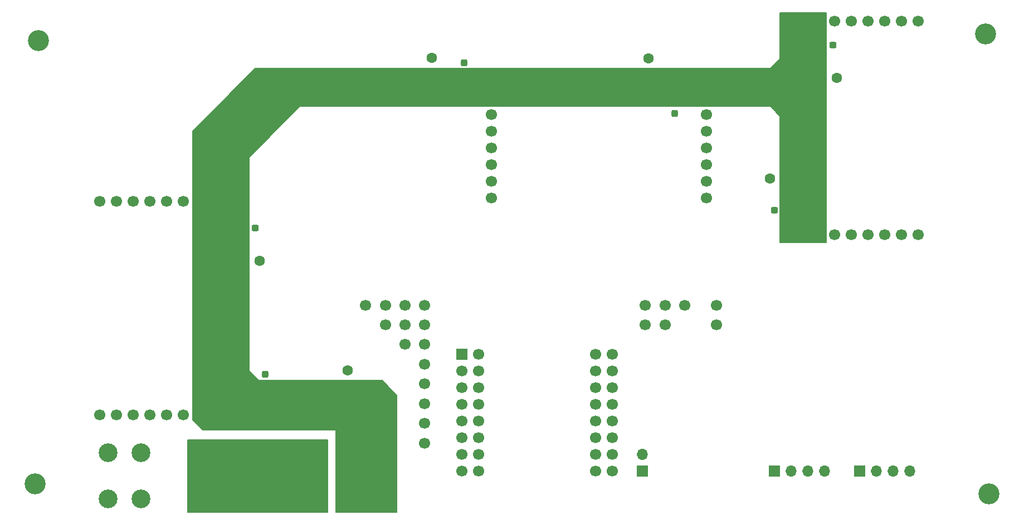
<source format=gbr>
%TF.GenerationSoftware,KiCad,Pcbnew,7.0.5*%
%TF.CreationDate,2023-07-18T15:35:35-04:00*%
%TF.ProjectId,PCBPT_Main_control_V1,50434250-545f-44d6-9169-6e5f636f6e74,rev?*%
%TF.SameCoordinates,Original*%
%TF.FileFunction,Soldermask,Bot*%
%TF.FilePolarity,Negative*%
%FSLAX46Y46*%
G04 Gerber Fmt 4.6, Leading zero omitted, Abs format (unit mm)*
G04 Created by KiCad (PCBNEW 7.0.5) date 2023-07-18 15:35:35*
%MOMM*%
%LPD*%
G01*
G04 APERTURE LIST*
G04 Aperture macros list*
%AMRoundRect*
0 Rectangle with rounded corners*
0 $1 Rounding radius*
0 $2 $3 $4 $5 $6 $7 $8 $9 X,Y pos of 4 corners*
0 Add a 4 corners polygon primitive as box body*
4,1,4,$2,$3,$4,$5,$6,$7,$8,$9,$2,$3,0*
0 Add four circle primitives for the rounded corners*
1,1,$1+$1,$2,$3*
1,1,$1+$1,$4,$5*
1,1,$1+$1,$6,$7*
1,1,$1+$1,$8,$9*
0 Add four rect primitives between the rounded corners*
20,1,$1+$1,$2,$3,$4,$5,0*
20,1,$1+$1,$4,$5,$6,$7,0*
20,1,$1+$1,$6,$7,$8,$9,0*
20,1,$1+$1,$8,$9,$2,$3,0*%
G04 Aperture macros list end*
%ADD10C,0.150000*%
%ADD11R,1.700000X1.700000*%
%ADD12O,1.700000X1.700000*%
%ADD13C,1.700000*%
%ADD14R,1.600000X1.600000*%
%ADD15C,1.600000*%
%ADD16C,2.850000*%
%ADD17C,3.200000*%
%ADD18C,2.500000*%
%ADD19RoundRect,0.237500X0.237500X-0.300000X0.237500X0.300000X-0.237500X0.300000X-0.237500X-0.300000X0*%
%ADD20RoundRect,0.237500X-0.300000X-0.237500X0.300000X-0.237500X0.300000X0.237500X-0.300000X0.237500X0*%
%ADD21RoundRect,0.237500X0.300000X0.237500X-0.300000X0.237500X-0.300000X-0.237500X0.300000X-0.237500X0*%
%ADD22RoundRect,0.237500X-0.237500X0.300000X-0.237500X-0.300000X0.237500X-0.300000X0.237500X0.300000X0*%
G04 APERTURE END LIST*
D10*
X98500000Y-105500000D02*
X119750000Y-105500000D01*
X119750000Y-116500000D01*
X98500000Y-116500000D01*
X98500000Y-105500000D01*
G36*
X98500000Y-105500000D02*
G01*
X119750000Y-105500000D01*
X119750000Y-116500000D01*
X98500000Y-116500000D01*
X98500000Y-105500000D01*
G37*
X195500000Y-75500000D02*
X188500000Y-75500000D01*
X188500000Y-56250000D01*
X187000000Y-54750000D01*
X115500000Y-54750000D01*
X107750000Y-62500000D01*
X107750000Y-95000000D01*
X109250000Y-96500000D01*
X128000000Y-96500000D01*
X130250000Y-98750000D01*
X130250000Y-116500000D01*
X121000000Y-116500000D01*
X121000000Y-104000000D01*
X100750000Y-104000000D01*
X99250000Y-102500000D01*
X99250000Y-58500000D01*
X108750000Y-49000000D01*
X187000000Y-49000000D01*
X188500000Y-47500000D01*
X188500000Y-40500000D01*
X195500000Y-40500000D01*
X195500000Y-75500000D01*
G36*
X195500000Y-75500000D02*
G01*
X188500000Y-75500000D01*
X188500000Y-56250000D01*
X187000000Y-54750000D01*
X115500000Y-54750000D01*
X107750000Y-62500000D01*
X107750000Y-95000000D01*
X109250000Y-96500000D01*
X128000000Y-96500000D01*
X130250000Y-98750000D01*
X130250000Y-116500000D01*
X121000000Y-116500000D01*
X121000000Y-104000000D01*
X100750000Y-104000000D01*
X99250000Y-102500000D01*
X99250000Y-58500000D01*
X108750000Y-49000000D01*
X187000000Y-49000000D01*
X188500000Y-47500000D01*
X188500000Y-40500000D01*
X195500000Y-40500000D01*
X195500000Y-75500000D01*
G37*
D11*
%TO.C,J8*%
X200550000Y-110250000D03*
D12*
X203090000Y-110250000D03*
X205630000Y-110250000D03*
X208170000Y-110250000D03*
%TD*%
D11*
%TO.C,J4*%
X187670000Y-110250000D03*
D12*
X190210000Y-110250000D03*
X192750000Y-110250000D03*
X195290000Y-110250000D03*
%TD*%
D13*
%TO.C,TP8*%
X178800000Y-85000000D03*
%TD*%
%TO.C,TP7*%
X178800000Y-88000000D03*
%TD*%
D11*
%TO.C,J1*%
X167550000Y-110225000D03*
D12*
X167550000Y-107685000D03*
%TD*%
D14*
%TO.C,C8*%
X122810000Y-97412380D03*
D15*
X122810000Y-94912380D03*
%TD*%
D13*
%TO.C,TP15*%
X134500000Y-94000000D03*
%TD*%
%TO.C,TP6*%
X131500000Y-85000000D03*
%TD*%
D16*
%TO.C,J2*%
X105800000Y-107500000D03*
X105800000Y-114510000D03*
X100800000Y-107500000D03*
X100800000Y-114510000D03*
%TD*%
D13*
%TO.C,TP23*%
X171000000Y-85000000D03*
%TD*%
D17*
%TO.C,H1*%
X75250000Y-112250000D03*
%TD*%
D13*
%TO.C,TP20*%
X171000000Y-88000000D03*
%TD*%
D11*
%TO.C,U2*%
X102840000Y-101715000D03*
D13*
X100300000Y-101715000D03*
X97760000Y-101715000D03*
X95220000Y-101715000D03*
X92680000Y-101715000D03*
X90140000Y-101715000D03*
X87600000Y-101715000D03*
X85060000Y-101715000D03*
%TD*%
%TO.C,TP2*%
X134500000Y-100000000D03*
%TD*%
%TO.C,TP14*%
X134500000Y-106000000D03*
%TD*%
D14*
%TO.C,C11*%
X168460000Y-49922380D03*
D15*
X168460000Y-47422380D03*
%TD*%
D13*
%TO.C,TP16*%
X125500000Y-85000000D03*
%TD*%
D17*
%TO.C,H4*%
X220250000Y-113750000D03*
%TD*%
D14*
%TO.C,C12*%
X194577621Y-50400000D03*
D15*
X197077621Y-50400000D03*
%TD*%
D11*
%TO.C,U3*%
X144640000Y-50935000D03*
D13*
X144640000Y-53475000D03*
X144640000Y-56015000D03*
X144640000Y-58555000D03*
X144640000Y-61095000D03*
X144640000Y-63635000D03*
X144640000Y-66175000D03*
X144640000Y-68715000D03*
%TD*%
D17*
%TO.C,H3*%
X219750000Y-43750000D03*
%TD*%
D13*
%TO.C,TP4*%
X134500000Y-103000000D03*
%TD*%
%TO.C,TP12*%
X134500000Y-88000000D03*
%TD*%
D11*
%TO.C,U6*%
X191720000Y-74285000D03*
D13*
X194260000Y-74285000D03*
X196800000Y-74285000D03*
X199340000Y-74285000D03*
X201880000Y-74285000D03*
X204420000Y-74285000D03*
X206960000Y-74285000D03*
X209500000Y-74285000D03*
%TD*%
%TO.C,TP11*%
X128500000Y-85000000D03*
%TD*%
%TO.C,TP18*%
X128500000Y-88000000D03*
%TD*%
D14*
%TO.C,C13*%
X189452380Y-65710000D03*
D15*
X186952380Y-65710000D03*
%TD*%
D11*
%TO.C,U5*%
X191660000Y-41785000D03*
D13*
X194200000Y-41785000D03*
X196740000Y-41785000D03*
X199280000Y-41785000D03*
X201820000Y-41785000D03*
X204360000Y-41785000D03*
X206900000Y-41785000D03*
X209440000Y-41785000D03*
%TD*%
D16*
%TO.C,J3*%
X91330000Y-107500000D03*
X91330000Y-114510000D03*
X86330000Y-107500000D03*
X86330000Y-114510000D03*
%TD*%
D14*
%TO.C,C10*%
X135520000Y-49842380D03*
D15*
X135520000Y-47342380D03*
%TD*%
D13*
%TO.C,TP17*%
X131500000Y-91000000D03*
%TD*%
D14*
%TO.C,C9*%
X106857621Y-78290000D03*
D15*
X109357621Y-78290000D03*
%TD*%
D13*
%TO.C,TP1*%
X134500000Y-85000000D03*
%TD*%
%TO.C,TP13*%
X134500000Y-97000000D03*
%TD*%
D11*
%TO.C,U1*%
X102840000Y-69215000D03*
D13*
X100300000Y-69215000D03*
X97760000Y-69215000D03*
X95220000Y-69215000D03*
X92680000Y-69215000D03*
X90140000Y-69215000D03*
X87600000Y-69215000D03*
X85060000Y-69215000D03*
%TD*%
D11*
%TO.C,U7*%
X140095000Y-92460000D03*
D13*
X140095000Y-95000000D03*
X140095000Y-97540000D03*
X140095000Y-100080000D03*
X140095000Y-102620000D03*
X140095000Y-105160000D03*
X140095000Y-107700000D03*
X140095000Y-110240000D03*
X162955000Y-110240000D03*
X162955000Y-107700000D03*
X162955000Y-105160000D03*
X162955000Y-102620000D03*
X162955000Y-100080000D03*
X162955000Y-97540000D03*
X162955000Y-95000000D03*
X162955000Y-92460000D03*
X142635000Y-92460000D03*
X142635000Y-95000000D03*
X142635000Y-97540000D03*
X142635000Y-100080000D03*
X142635000Y-102620000D03*
X142635000Y-105160000D03*
X142635000Y-107700000D03*
X142635000Y-110240000D03*
X160415000Y-110240000D03*
X160415000Y-107700000D03*
X160415000Y-105160000D03*
X160415000Y-102620000D03*
X160415000Y-100080000D03*
X160415000Y-97540000D03*
X160415000Y-95000000D03*
X160415000Y-92460000D03*
%TD*%
%TO.C,TP5*%
X131500000Y-88000000D03*
%TD*%
%TO.C,TP21*%
X168000000Y-85000000D03*
%TD*%
D17*
%TO.C,H2*%
X75750000Y-44750000D03*
%TD*%
D13*
%TO.C,TP19*%
X174000000Y-85000000D03*
%TD*%
%TO.C,TP22*%
X168000000Y-88000000D03*
%TD*%
D18*
%TO.C,U8*%
X114555000Y-110700000D03*
X118215000Y-110700000D03*
X122685000Y-110700000D03*
X126345000Y-110700000D03*
%TD*%
D11*
%TO.C,U4*%
X177290000Y-50935000D03*
D13*
X177290000Y-53475000D03*
X177290000Y-56015000D03*
X177290000Y-58555000D03*
X177290000Y-61095000D03*
X177290000Y-63635000D03*
X177290000Y-66175000D03*
X177290000Y-68715000D03*
%TD*%
%TO.C,TP3*%
X134500000Y-91000000D03*
%TD*%
D19*
%TO.C,C3*%
X140500000Y-49812500D03*
X140500000Y-48087500D03*
%TD*%
%TO.C,C1*%
X110250000Y-97262500D03*
X110250000Y-95537500D03*
%TD*%
D20*
%TO.C,C5*%
X194837500Y-45400000D03*
X196562500Y-45400000D03*
%TD*%
D21*
%TO.C,C7*%
X189362500Y-70550000D03*
X187637500Y-70550000D03*
%TD*%
D22*
%TO.C,C4*%
X172500000Y-54137500D03*
X172500000Y-55862500D03*
%TD*%
D20*
%TO.C,C2*%
X107037500Y-73250000D03*
X108762500Y-73250000D03*
%TD*%
M02*

</source>
